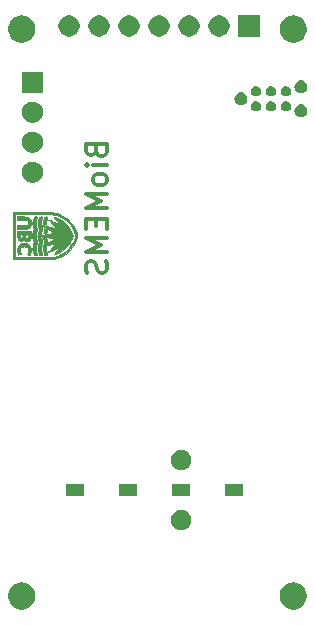
<source format=gbr>
G04 #@! TF.GenerationSoftware,KiCad,Pcbnew,5.1.5+dfsg1-2build2*
G04 #@! TF.CreationDate,2022-01-15T14:27:05-08:00*
G04 #@! TF.ProjectId,pcb_v1,7063625f-7631-42e6-9b69-6361645f7063,rev?*
G04 #@! TF.SameCoordinates,Original*
G04 #@! TF.FileFunction,Soldermask,Bot*
G04 #@! TF.FilePolarity,Negative*
%FSLAX46Y46*%
G04 Gerber Fmt 4.6, Leading zero omitted, Abs format (unit mm)*
G04 Created by KiCad (PCBNEW 5.1.5+dfsg1-2build2) date 2022-01-15 14:27:05*
%MOMM*%
%LPD*%
G04 APERTURE LIST*
%ADD10C,0.300000*%
%ADD11C,0.010000*%
%ADD12C,0.100000*%
G04 APERTURE END LIST*
D10*
X167771428Y-92807142D02*
X167857142Y-93064285D01*
X167942857Y-93150000D01*
X168114285Y-93235714D01*
X168371428Y-93235714D01*
X168542857Y-93150000D01*
X168628571Y-93064285D01*
X168714285Y-92892857D01*
X168714285Y-92207142D01*
X166914285Y-92207142D01*
X166914285Y-92807142D01*
X167000000Y-92978571D01*
X167085714Y-93064285D01*
X167257142Y-93150000D01*
X167428571Y-93150000D01*
X167600000Y-93064285D01*
X167685714Y-92978571D01*
X167771428Y-92807142D01*
X167771428Y-92207142D01*
X168714285Y-94007142D02*
X167514285Y-94007142D01*
X166914285Y-94007142D02*
X167000000Y-93921428D01*
X167085714Y-94007142D01*
X167000000Y-94092857D01*
X166914285Y-94007142D01*
X167085714Y-94007142D01*
X168714285Y-95121428D02*
X168628571Y-94950000D01*
X168542857Y-94864285D01*
X168371428Y-94778571D01*
X167857142Y-94778571D01*
X167685714Y-94864285D01*
X167600000Y-94950000D01*
X167514285Y-95121428D01*
X167514285Y-95378571D01*
X167600000Y-95550000D01*
X167685714Y-95635714D01*
X167857142Y-95721428D01*
X168371428Y-95721428D01*
X168542857Y-95635714D01*
X168628571Y-95550000D01*
X168714285Y-95378571D01*
X168714285Y-95121428D01*
X168714285Y-96492857D02*
X166914285Y-96492857D01*
X168200000Y-97092857D01*
X166914285Y-97692857D01*
X168714285Y-97692857D01*
X167771428Y-98550000D02*
X167771428Y-99150000D01*
X168714285Y-99407142D02*
X168714285Y-98550000D01*
X166914285Y-98550000D01*
X166914285Y-99407142D01*
X168714285Y-100178571D02*
X166914285Y-100178571D01*
X168200000Y-100778571D01*
X166914285Y-101378571D01*
X168714285Y-101378571D01*
X168628571Y-102150000D02*
X168714285Y-102407142D01*
X168714285Y-102835714D01*
X168628571Y-103007142D01*
X168542857Y-103092857D01*
X168371428Y-103178571D01*
X168200000Y-103178571D01*
X168028571Y-103092857D01*
X167942857Y-103007142D01*
X167857142Y-102835714D01*
X167771428Y-102492857D01*
X167685714Y-102321428D01*
X167600000Y-102235714D01*
X167428571Y-102150000D01*
X167257142Y-102150000D01*
X167085714Y-102235714D01*
X167000000Y-102321428D01*
X166914285Y-102492857D01*
X166914285Y-102921428D01*
X167000000Y-103178571D01*
D11*
G36*
X162503050Y-101974784D02*
G01*
X162840948Y-101973095D01*
X163132067Y-101971486D01*
X163380427Y-101969822D01*
X163590050Y-101967966D01*
X163764954Y-101965784D01*
X163909162Y-101963138D01*
X164026693Y-101959894D01*
X164121567Y-101955916D01*
X164197806Y-101951067D01*
X164259429Y-101945213D01*
X164310458Y-101938216D01*
X164354912Y-101929942D01*
X164396812Y-101920255D01*
X164438693Y-101909413D01*
X164768705Y-101796892D01*
X165070944Y-101642284D01*
X165344204Y-101446803D01*
X165587278Y-101211662D01*
X165798960Y-100938074D01*
X165978044Y-100627253D01*
X166123325Y-100280411D01*
X166156192Y-100182025D01*
X166184719Y-100091921D01*
X166206096Y-100023970D01*
X166216721Y-99989638D01*
X166217277Y-99987607D01*
X166209494Y-99965155D01*
X166189014Y-99905089D01*
X166159415Y-99817919D01*
X166139921Y-99760389D01*
X165997162Y-99404286D01*
X165823453Y-99088388D01*
X165618350Y-98812283D01*
X165381413Y-98575559D01*
X165112197Y-98377803D01*
X164810262Y-98218600D01*
X164475164Y-98097540D01*
X164312800Y-98055250D01*
X164269615Y-98046278D01*
X164220266Y-98038505D01*
X164160752Y-98031811D01*
X164087070Y-98026080D01*
X163995218Y-98021192D01*
X163881194Y-98017030D01*
X163740996Y-98013474D01*
X163570621Y-98010409D01*
X163366068Y-98007714D01*
X163123335Y-98005272D01*
X162838420Y-98002964D01*
X162507320Y-98000673D01*
X162452250Y-98000316D01*
X160960000Y-97990708D01*
X160960000Y-98171200D01*
X162452250Y-98171302D01*
X162784370Y-98171558D01*
X163069845Y-98172340D01*
X163312828Y-98173738D01*
X163517474Y-98175843D01*
X163687934Y-98178747D01*
X163828362Y-98182542D01*
X163942911Y-98187317D01*
X164035735Y-98193166D01*
X164110986Y-98200177D01*
X164172819Y-98208444D01*
X164177585Y-98209207D01*
X164511079Y-98286717D01*
X164816301Y-98406370D01*
X165093035Y-98567961D01*
X165341065Y-98771282D01*
X165560177Y-99016127D01*
X165750153Y-99302291D01*
X165910780Y-99629568D01*
X166039350Y-99989455D01*
X166032418Y-100012646D01*
X166013610Y-100071434D01*
X165986971Y-100153174D01*
X165986518Y-100154555D01*
X165888278Y-100408166D01*
X165764055Y-100656339D01*
X165621266Y-100886676D01*
X165467328Y-101086777D01*
X165363613Y-101195889D01*
X165191325Y-101349890D01*
X165029987Y-101470310D01*
X164863891Y-101566814D01*
X164677328Y-101649065D01*
X164554100Y-101693860D01*
X164472509Y-101720457D01*
X164391404Y-101743328D01*
X164306370Y-101762752D01*
X164212996Y-101779004D01*
X164106868Y-101792363D01*
X163983574Y-101803106D01*
X163838700Y-101811510D01*
X163667834Y-101817853D01*
X163466563Y-101822411D01*
X163230475Y-101825462D01*
X162955155Y-101827283D01*
X162636192Y-101828152D01*
X162414150Y-101828334D01*
X160960000Y-101828800D01*
X160960000Y-98171200D01*
X160960000Y-97990708D01*
X160782200Y-97989563D01*
X160782200Y-101983205D01*
X162503050Y-101974784D01*
G37*
X162503050Y-101974784D02*
X162840948Y-101973095D01*
X163132067Y-101971486D01*
X163380427Y-101969822D01*
X163590050Y-101967966D01*
X163764954Y-101965784D01*
X163909162Y-101963138D01*
X164026693Y-101959894D01*
X164121567Y-101955916D01*
X164197806Y-101951067D01*
X164259429Y-101945213D01*
X164310458Y-101938216D01*
X164354912Y-101929942D01*
X164396812Y-101920255D01*
X164438693Y-101909413D01*
X164768705Y-101796892D01*
X165070944Y-101642284D01*
X165344204Y-101446803D01*
X165587278Y-101211662D01*
X165798960Y-100938074D01*
X165978044Y-100627253D01*
X166123325Y-100280411D01*
X166156192Y-100182025D01*
X166184719Y-100091921D01*
X166206096Y-100023970D01*
X166216721Y-99989638D01*
X166217277Y-99987607D01*
X166209494Y-99965155D01*
X166189014Y-99905089D01*
X166159415Y-99817919D01*
X166139921Y-99760389D01*
X165997162Y-99404286D01*
X165823453Y-99088388D01*
X165618350Y-98812283D01*
X165381413Y-98575559D01*
X165112197Y-98377803D01*
X164810262Y-98218600D01*
X164475164Y-98097540D01*
X164312800Y-98055250D01*
X164269615Y-98046278D01*
X164220266Y-98038505D01*
X164160752Y-98031811D01*
X164087070Y-98026080D01*
X163995218Y-98021192D01*
X163881194Y-98017030D01*
X163740996Y-98013474D01*
X163570621Y-98010409D01*
X163366068Y-98007714D01*
X163123335Y-98005272D01*
X162838420Y-98002964D01*
X162507320Y-98000673D01*
X162452250Y-98000316D01*
X160960000Y-97990708D01*
X160960000Y-98171200D01*
X162452250Y-98171302D01*
X162784370Y-98171558D01*
X163069845Y-98172340D01*
X163312828Y-98173738D01*
X163517474Y-98175843D01*
X163687934Y-98178747D01*
X163828362Y-98182542D01*
X163942911Y-98187317D01*
X164035735Y-98193166D01*
X164110986Y-98200177D01*
X164172819Y-98208444D01*
X164177585Y-98209207D01*
X164511079Y-98286717D01*
X164816301Y-98406370D01*
X165093035Y-98567961D01*
X165341065Y-98771282D01*
X165560177Y-99016127D01*
X165750153Y-99302291D01*
X165910780Y-99629568D01*
X166039350Y-99989455D01*
X166032418Y-100012646D01*
X166013610Y-100071434D01*
X165986971Y-100153174D01*
X165986518Y-100154555D01*
X165888278Y-100408166D01*
X165764055Y-100656339D01*
X165621266Y-100886676D01*
X165467328Y-101086777D01*
X165363613Y-101195889D01*
X165191325Y-101349890D01*
X165029987Y-101470310D01*
X164863891Y-101566814D01*
X164677328Y-101649065D01*
X164554100Y-101693860D01*
X164472509Y-101720457D01*
X164391404Y-101743328D01*
X164306370Y-101762752D01*
X164212996Y-101779004D01*
X164106868Y-101792363D01*
X163983574Y-101803106D01*
X163838700Y-101811510D01*
X163667834Y-101817853D01*
X163466563Y-101822411D01*
X163230475Y-101825462D01*
X162955155Y-101827283D01*
X162636192Y-101828152D01*
X162414150Y-101828334D01*
X160960000Y-101828800D01*
X160960000Y-98171200D01*
X160960000Y-97990708D01*
X160782200Y-97989563D01*
X160782200Y-101983205D01*
X162503050Y-101974784D01*
G36*
X162827541Y-100002784D02*
G01*
X162858443Y-100010922D01*
X162912888Y-100021205D01*
X162995740Y-100034433D01*
X163111863Y-100051407D01*
X163266122Y-100072928D01*
X163463379Y-100099798D01*
X163583678Y-100116031D01*
X163765168Y-100141160D01*
X163927970Y-100165029D01*
X164065952Y-100186630D01*
X164172984Y-100204958D01*
X164242934Y-100219004D01*
X164269672Y-100227762D01*
X164269478Y-100228653D01*
X164242925Y-100246084D01*
X164178923Y-100285827D01*
X164083629Y-100344129D01*
X163963197Y-100417237D01*
X163823782Y-100501397D01*
X163708443Y-100570728D01*
X163560481Y-100659957D01*
X163428553Y-100740382D01*
X163318421Y-100808417D01*
X163235848Y-100860478D01*
X163186597Y-100892982D01*
X163175043Y-100902480D01*
X163200793Y-100899039D01*
X163269145Y-100885511D01*
X163373234Y-100863376D01*
X163506196Y-100834114D01*
X163661165Y-100799206D01*
X163777494Y-100772565D01*
X163943743Y-100734678D01*
X164092817Y-100701532D01*
X164217834Y-100674590D01*
X164311910Y-100655314D01*
X164368160Y-100645168D01*
X164381320Y-100644254D01*
X164379406Y-100653574D01*
X164363127Y-100675999D01*
X164328885Y-100715428D01*
X164273079Y-100775762D01*
X164192108Y-100860898D01*
X164082372Y-100974735D01*
X163953443Y-101107623D01*
X163868580Y-101196118D01*
X163798378Y-101271586D01*
X163749566Y-101326624D01*
X163728874Y-101353831D01*
X163728600Y-101354902D01*
X163731368Y-101359364D01*
X163743267Y-101358746D01*
X163769687Y-101350984D01*
X163816018Y-101334009D01*
X163887650Y-101305755D01*
X163989973Y-101264154D01*
X164128378Y-101207141D01*
X164308253Y-101132647D01*
X164309133Y-101132282D01*
X164426535Y-101084956D01*
X164522997Y-101048680D01*
X164591084Y-101026040D01*
X164623358Y-101019617D01*
X164624097Y-101022864D01*
X164549786Y-101120045D01*
X164471398Y-101225126D01*
X164394641Y-101330131D01*
X164325219Y-101427085D01*
X164268839Y-101508012D01*
X164231205Y-101564938D01*
X164218023Y-101589886D01*
X164218182Y-101590249D01*
X164246737Y-101586987D01*
X164311684Y-101565184D01*
X164403807Y-101528670D01*
X164513891Y-101481279D01*
X164632720Y-101426843D01*
X164751080Y-101369194D01*
X164757300Y-101366053D01*
X164991410Y-101230122D01*
X165189440Y-101074534D01*
X165360817Y-100890097D01*
X165514970Y-100667616D01*
X165569159Y-100574479D01*
X165617716Y-100481137D01*
X165669321Y-100371700D01*
X165719134Y-100257788D01*
X165762318Y-100151021D01*
X165794033Y-100063019D01*
X165809440Y-100005402D01*
X165810158Y-99995768D01*
X165800824Y-99955552D01*
X165777747Y-99884559D01*
X165750145Y-99809333D01*
X165614993Y-99502065D01*
X165462895Y-99239993D01*
X165291324Y-99019601D01*
X165097752Y-98837373D01*
X164998600Y-98764010D01*
X164914959Y-98711719D01*
X164809850Y-98653179D01*
X164692229Y-98592535D01*
X164571053Y-98533930D01*
X164455277Y-98481509D01*
X164353858Y-98439416D01*
X164275752Y-98411795D01*
X164229916Y-98402789D01*
X164222857Y-98405075D01*
X164232859Y-98428526D01*
X164268589Y-98484478D01*
X164324783Y-98565182D01*
X164396175Y-98662889D01*
X164416405Y-98689894D01*
X164490962Y-98790614D01*
X164551868Y-98876145D01*
X164593818Y-98938783D01*
X164611505Y-98970823D01*
X164611482Y-98973184D01*
X164585910Y-98967181D01*
X164521157Y-98944188D01*
X164424781Y-98907110D01*
X164304343Y-98858851D01*
X164174158Y-98805141D01*
X164037778Y-98748968D01*
X163918192Y-98701281D01*
X163822976Y-98664971D01*
X163759704Y-98642932D01*
X163736076Y-98637856D01*
X163749392Y-98658621D01*
X163793100Y-98709792D01*
X163861943Y-98785590D01*
X163950662Y-98880230D01*
X164054000Y-98987932D01*
X164060681Y-98994818D01*
X164164776Y-99102993D01*
X164254678Y-99198258D01*
X164325114Y-99274874D01*
X164370812Y-99327099D01*
X164386501Y-99349192D01*
X164386365Y-99349441D01*
X164359863Y-99346415D01*
X164290891Y-99333177D01*
X164186412Y-99311213D01*
X164053391Y-99282012D01*
X163898791Y-99247063D01*
X163792100Y-99222449D01*
X163626707Y-99184428D01*
X163477839Y-99151018D01*
X163352608Y-99123746D01*
X163258125Y-99104144D01*
X163201504Y-99093742D01*
X163188486Y-99092596D01*
X163203925Y-99106622D01*
X163257509Y-99142983D01*
X163343656Y-99198154D01*
X163456788Y-99268608D01*
X163591323Y-99350820D01*
X163715536Y-99425634D01*
X163864917Y-99515703D01*
X163998728Y-99597641D01*
X164111116Y-99667759D01*
X164196225Y-99722372D01*
X164248204Y-99757790D01*
X164262000Y-99769873D01*
X164237863Y-99777533D01*
X164169667Y-99790720D01*
X164063729Y-99808430D01*
X163926369Y-99829659D01*
X163763904Y-99853404D01*
X163582653Y-99878662D01*
X163544450Y-99883841D01*
X163359603Y-99909044D01*
X163191712Y-99932434D01*
X163047210Y-99953075D01*
X162932528Y-99970031D01*
X162854099Y-99982366D01*
X162818357Y-99989144D01*
X162816914Y-99989733D01*
X162815320Y-99995988D01*
X162827541Y-100002784D01*
G37*
X162827541Y-100002784D02*
X162858443Y-100010922D01*
X162912888Y-100021205D01*
X162995740Y-100034433D01*
X163111863Y-100051407D01*
X163266122Y-100072928D01*
X163463379Y-100099798D01*
X163583678Y-100116031D01*
X163765168Y-100141160D01*
X163927970Y-100165029D01*
X164065952Y-100186630D01*
X164172984Y-100204958D01*
X164242934Y-100219004D01*
X164269672Y-100227762D01*
X164269478Y-100228653D01*
X164242925Y-100246084D01*
X164178923Y-100285827D01*
X164083629Y-100344129D01*
X163963197Y-100417237D01*
X163823782Y-100501397D01*
X163708443Y-100570728D01*
X163560481Y-100659957D01*
X163428553Y-100740382D01*
X163318421Y-100808417D01*
X163235848Y-100860478D01*
X163186597Y-100892982D01*
X163175043Y-100902480D01*
X163200793Y-100899039D01*
X163269145Y-100885511D01*
X163373234Y-100863376D01*
X163506196Y-100834114D01*
X163661165Y-100799206D01*
X163777494Y-100772565D01*
X163943743Y-100734678D01*
X164092817Y-100701532D01*
X164217834Y-100674590D01*
X164311910Y-100655314D01*
X164368160Y-100645168D01*
X164381320Y-100644254D01*
X164379406Y-100653574D01*
X164363127Y-100675999D01*
X164328885Y-100715428D01*
X164273079Y-100775762D01*
X164192108Y-100860898D01*
X164082372Y-100974735D01*
X163953443Y-101107623D01*
X163868580Y-101196118D01*
X163798378Y-101271586D01*
X163749566Y-101326624D01*
X163728874Y-101353831D01*
X163728600Y-101354902D01*
X163731368Y-101359364D01*
X163743267Y-101358746D01*
X163769687Y-101350984D01*
X163816018Y-101334009D01*
X163887650Y-101305755D01*
X163989973Y-101264154D01*
X164128378Y-101207141D01*
X164308253Y-101132647D01*
X164309133Y-101132282D01*
X164426535Y-101084956D01*
X164522997Y-101048680D01*
X164591084Y-101026040D01*
X164623358Y-101019617D01*
X164624097Y-101022864D01*
X164549786Y-101120045D01*
X164471398Y-101225126D01*
X164394641Y-101330131D01*
X164325219Y-101427085D01*
X164268839Y-101508012D01*
X164231205Y-101564938D01*
X164218023Y-101589886D01*
X164218182Y-101590249D01*
X164246737Y-101586987D01*
X164311684Y-101565184D01*
X164403807Y-101528670D01*
X164513891Y-101481279D01*
X164632720Y-101426843D01*
X164751080Y-101369194D01*
X164757300Y-101366053D01*
X164991410Y-101230122D01*
X165189440Y-101074534D01*
X165360817Y-100890097D01*
X165514970Y-100667616D01*
X165569159Y-100574479D01*
X165617716Y-100481137D01*
X165669321Y-100371700D01*
X165719134Y-100257788D01*
X165762318Y-100151021D01*
X165794033Y-100063019D01*
X165809440Y-100005402D01*
X165810158Y-99995768D01*
X165800824Y-99955552D01*
X165777747Y-99884559D01*
X165750145Y-99809333D01*
X165614993Y-99502065D01*
X165462895Y-99239993D01*
X165291324Y-99019601D01*
X165097752Y-98837373D01*
X164998600Y-98764010D01*
X164914959Y-98711719D01*
X164809850Y-98653179D01*
X164692229Y-98592535D01*
X164571053Y-98533930D01*
X164455277Y-98481509D01*
X164353858Y-98439416D01*
X164275752Y-98411795D01*
X164229916Y-98402789D01*
X164222857Y-98405075D01*
X164232859Y-98428526D01*
X164268589Y-98484478D01*
X164324783Y-98565182D01*
X164396175Y-98662889D01*
X164416405Y-98689894D01*
X164490962Y-98790614D01*
X164551868Y-98876145D01*
X164593818Y-98938783D01*
X164611505Y-98970823D01*
X164611482Y-98973184D01*
X164585910Y-98967181D01*
X164521157Y-98944188D01*
X164424781Y-98907110D01*
X164304343Y-98858851D01*
X164174158Y-98805141D01*
X164037778Y-98748968D01*
X163918192Y-98701281D01*
X163822976Y-98664971D01*
X163759704Y-98642932D01*
X163736076Y-98637856D01*
X163749392Y-98658621D01*
X163793100Y-98709792D01*
X163861943Y-98785590D01*
X163950662Y-98880230D01*
X164054000Y-98987932D01*
X164060681Y-98994818D01*
X164164776Y-99102993D01*
X164254678Y-99198258D01*
X164325114Y-99274874D01*
X164370812Y-99327099D01*
X164386501Y-99349192D01*
X164386365Y-99349441D01*
X164359863Y-99346415D01*
X164290891Y-99333177D01*
X164186412Y-99311213D01*
X164053391Y-99282012D01*
X163898791Y-99247063D01*
X163792100Y-99222449D01*
X163626707Y-99184428D01*
X163477839Y-99151018D01*
X163352608Y-99123746D01*
X163258125Y-99104144D01*
X163201504Y-99093742D01*
X163188486Y-99092596D01*
X163203925Y-99106622D01*
X163257509Y-99142983D01*
X163343656Y-99198154D01*
X163456788Y-99268608D01*
X163591323Y-99350820D01*
X163715536Y-99425634D01*
X163864917Y-99515703D01*
X163998728Y-99597641D01*
X164111116Y-99667759D01*
X164196225Y-99722372D01*
X164248204Y-99757790D01*
X164262000Y-99769873D01*
X164237863Y-99777533D01*
X164169667Y-99790720D01*
X164063729Y-99808430D01*
X163926369Y-99829659D01*
X163763904Y-99853404D01*
X163582653Y-99878662D01*
X163544450Y-99883841D01*
X163359603Y-99909044D01*
X163191712Y-99932434D01*
X163047210Y-99953075D01*
X162932528Y-99970031D01*
X162854099Y-99982366D01*
X162818357Y-99989144D01*
X162816914Y-99989733D01*
X162815320Y-99995988D01*
X162827541Y-100002784D01*
G36*
X163299911Y-98963545D02*
G01*
X163316568Y-98997596D01*
X163357755Y-99013566D01*
X163379350Y-99017788D01*
X163456809Y-99033836D01*
X163519050Y-99049473D01*
X163550738Y-99055560D01*
X163567835Y-99043181D01*
X163574827Y-99001761D01*
X163576198Y-98920722D01*
X163576200Y-98914738D01*
X163586267Y-98793656D01*
X163612143Y-98665146D01*
X163627000Y-98615700D01*
X163662599Y-98506763D01*
X163676983Y-98436742D01*
X163666994Y-98397070D01*
X163629476Y-98379180D01*
X163561274Y-98374507D01*
X163538100Y-98374400D01*
X163456923Y-98376816D01*
X163414650Y-98386736D01*
X163399504Y-98408161D01*
X163398400Y-98421891D01*
X163390915Y-98470056D01*
X163371413Y-98548279D01*
X163347600Y-98628400D01*
X163320159Y-98731469D01*
X163301714Y-98833638D01*
X163296800Y-98895085D01*
X163299911Y-98963545D01*
G37*
X163299911Y-98963545D02*
X163316568Y-98997596D01*
X163357755Y-99013566D01*
X163379350Y-99017788D01*
X163456809Y-99033836D01*
X163519050Y-99049473D01*
X163550738Y-99055560D01*
X163567835Y-99043181D01*
X163574827Y-99001761D01*
X163576198Y-98920722D01*
X163576200Y-98914738D01*
X163586267Y-98793656D01*
X163612143Y-98665146D01*
X163627000Y-98615700D01*
X163662599Y-98506763D01*
X163676983Y-98436742D01*
X163666994Y-98397070D01*
X163629476Y-98379180D01*
X163561274Y-98374507D01*
X163538100Y-98374400D01*
X163456923Y-98376816D01*
X163414650Y-98386736D01*
X163399504Y-98408161D01*
X163398400Y-98421891D01*
X163390915Y-98470056D01*
X163371413Y-98548279D01*
X163347600Y-98628400D01*
X163320159Y-98731469D01*
X163301714Y-98833638D01*
X163296800Y-98895085D01*
X163299911Y-98963545D01*
G36*
X163331663Y-99789330D02*
G01*
X163360369Y-99791975D01*
X163422847Y-99787792D01*
X163470105Y-99782298D01*
X163547908Y-99768910D01*
X163592523Y-99747292D01*
X163621414Y-99705380D01*
X163638170Y-99666216D01*
X163662879Y-99600349D01*
X163676724Y-99555464D01*
X163677800Y-99548451D01*
X163657870Y-99525925D01*
X163606707Y-99488228D01*
X163562464Y-99460065D01*
X163493040Y-99420720D01*
X163440236Y-99395461D01*
X163422764Y-99390400D01*
X163406423Y-99412673D01*
X163398531Y-99467188D01*
X163398400Y-99476106D01*
X163389548Y-99555795D01*
X163367542Y-99647612D01*
X163360028Y-99670568D01*
X163339103Y-99737526D01*
X163330429Y-99781452D01*
X163331663Y-99789330D01*
G37*
X163331663Y-99789330D02*
X163360369Y-99791975D01*
X163422847Y-99787792D01*
X163470105Y-99782298D01*
X163547908Y-99768910D01*
X163592523Y-99747292D01*
X163621414Y-99705380D01*
X163638170Y-99666216D01*
X163662879Y-99600349D01*
X163676724Y-99555464D01*
X163677800Y-99548451D01*
X163657870Y-99525925D01*
X163606707Y-99488228D01*
X163562464Y-99460065D01*
X163493040Y-99420720D01*
X163440236Y-99395461D01*
X163422764Y-99390400D01*
X163406423Y-99412673D01*
X163398531Y-99467188D01*
X163398400Y-99476106D01*
X163389548Y-99555795D01*
X163367542Y-99647612D01*
X163360028Y-99670568D01*
X163339103Y-99737526D01*
X163330429Y-99781452D01*
X163331663Y-99789330D01*
G36*
X163329888Y-100240208D02*
G01*
X163349307Y-100298639D01*
X163360300Y-100330200D01*
X163384712Y-100420061D01*
X163397734Y-100508270D01*
X163398400Y-100526610D01*
X163401226Y-100576814D01*
X163415286Y-100599499D01*
X163448949Y-100594442D01*
X163510588Y-100561419D01*
X163574266Y-100521920D01*
X163638736Y-100479541D01*
X163667493Y-100446874D01*
X163667149Y-100405541D01*
X163644319Y-100337159D01*
X163642525Y-100332201D01*
X163608489Y-100268663D01*
X163566846Y-100228323D01*
X163561907Y-100226036D01*
X163514605Y-100214933D01*
X163448811Y-100207319D01*
X163382859Y-100204214D01*
X163335080Y-100206637D01*
X163322200Y-100212706D01*
X163329888Y-100240208D01*
G37*
X163329888Y-100240208D02*
X163349307Y-100298639D01*
X163360300Y-100330200D01*
X163384712Y-100420061D01*
X163397734Y-100508270D01*
X163398400Y-100526610D01*
X163401226Y-100576814D01*
X163415286Y-100599499D01*
X163448949Y-100594442D01*
X163510588Y-100561419D01*
X163574266Y-100521920D01*
X163638736Y-100479541D01*
X163667493Y-100446874D01*
X163667149Y-100405541D01*
X163644319Y-100337159D01*
X163642525Y-100332201D01*
X163608489Y-100268663D01*
X163566846Y-100228323D01*
X163561907Y-100226036D01*
X163514605Y-100214933D01*
X163448811Y-100207319D01*
X163382859Y-100204214D01*
X163335080Y-100206637D01*
X163322200Y-100212706D01*
X163329888Y-100240208D01*
G36*
X163305758Y-101196918D02*
G01*
X163328710Y-101303125D01*
X163347600Y-101365004D01*
X163375309Y-101453301D01*
X163393761Y-101530214D01*
X163398400Y-101567569D01*
X163402861Y-101600883D01*
X163424466Y-101618235D01*
X163475549Y-101624747D01*
X163538100Y-101625600D01*
X163617923Y-101624215D01*
X163659197Y-101615901D01*
X163674168Y-101594418D01*
X163675166Y-101555750D01*
X163663839Y-101489488D01*
X163638428Y-101404925D01*
X163625747Y-101371600D01*
X163595789Y-101266479D01*
X163579222Y-101141846D01*
X163577581Y-101098550D01*
X163575197Y-101016286D01*
X163570346Y-100958913D01*
X163564750Y-100939800D01*
X163535446Y-100944690D01*
X163472919Y-100957210D01*
X163425050Y-100967304D01*
X163296800Y-100994809D01*
X163296800Y-101107639D01*
X163305758Y-101196918D01*
G37*
X163305758Y-101196918D02*
X163328710Y-101303125D01*
X163347600Y-101365004D01*
X163375309Y-101453301D01*
X163393761Y-101530214D01*
X163398400Y-101567569D01*
X163402861Y-101600883D01*
X163424466Y-101618235D01*
X163475549Y-101624747D01*
X163538100Y-101625600D01*
X163617923Y-101624215D01*
X163659197Y-101615901D01*
X163674168Y-101594418D01*
X163675166Y-101555750D01*
X163663839Y-101489488D01*
X163638428Y-101404925D01*
X163625747Y-101371600D01*
X163595789Y-101266479D01*
X163579222Y-101141846D01*
X163577581Y-101098550D01*
X163575197Y-101016286D01*
X163570346Y-100958913D01*
X163564750Y-100939800D01*
X163535446Y-100944690D01*
X163472919Y-100957210D01*
X163425050Y-100967304D01*
X163296800Y-100994809D01*
X163296800Y-101107639D01*
X163305758Y-101196918D01*
G36*
X162864439Y-99081903D02*
G01*
X162879002Y-99137214D01*
X162916078Y-99273146D01*
X162938488Y-99373705D01*
X162947410Y-99451780D01*
X162944021Y-99520265D01*
X162929500Y-99592051D01*
X162922863Y-99617207D01*
X162892020Y-99729598D01*
X162875297Y-99801025D01*
X162875387Y-99840019D01*
X162894981Y-99855113D01*
X162936769Y-99854840D01*
X162995805Y-99848485D01*
X163074727Y-99838415D01*
X163119956Y-99820584D01*
X163148408Y-99782858D01*
X163174140Y-99720600D01*
X163213685Y-99546908D01*
X163207425Y-99355131D01*
X163169472Y-99191287D01*
X163128391Y-99015265D01*
X163124512Y-98856176D01*
X163157845Y-98696348D01*
X163169800Y-98660395D01*
X163197735Y-98569179D01*
X163216187Y-98486438D01*
X163220600Y-98445130D01*
X163217315Y-98403174D01*
X163198727Y-98382286D01*
X163151737Y-98375143D01*
X163094083Y-98374400D01*
X163018053Y-98376809D01*
X162977981Y-98388892D01*
X162959083Y-98417928D01*
X162952250Y-98444250D01*
X162936098Y-98506476D01*
X162910271Y-98594710D01*
X162888266Y-98665081D01*
X162850603Y-98812438D01*
X162842819Y-98943299D01*
X162864439Y-99081903D01*
G37*
X162864439Y-99081903D02*
X162879002Y-99137214D01*
X162916078Y-99273146D01*
X162938488Y-99373705D01*
X162947410Y-99451780D01*
X162944021Y-99520265D01*
X162929500Y-99592051D01*
X162922863Y-99617207D01*
X162892020Y-99729598D01*
X162875297Y-99801025D01*
X162875387Y-99840019D01*
X162894981Y-99855113D01*
X162936769Y-99854840D01*
X162995805Y-99848485D01*
X163074727Y-99838415D01*
X163119956Y-99820584D01*
X163148408Y-99782858D01*
X163174140Y-99720600D01*
X163213685Y-99546908D01*
X163207425Y-99355131D01*
X163169472Y-99191287D01*
X163128391Y-99015265D01*
X163124512Y-98856176D01*
X163157845Y-98696348D01*
X163169800Y-98660395D01*
X163197735Y-98569179D01*
X163216187Y-98486438D01*
X163220600Y-98445130D01*
X163217315Y-98403174D01*
X163198727Y-98382286D01*
X163151737Y-98375143D01*
X163094083Y-98374400D01*
X163018053Y-98376809D01*
X162977981Y-98388892D01*
X162959083Y-98417928D01*
X162952250Y-98444250D01*
X162936098Y-98506476D01*
X162910271Y-98594710D01*
X162888266Y-98665081D01*
X162850603Y-98812438D01*
X162842819Y-98943299D01*
X162864439Y-99081903D01*
G36*
X162878517Y-101284898D02*
G01*
X162905959Y-101382819D01*
X162928991Y-101475757D01*
X162938999Y-101524000D01*
X162950758Y-101575938D01*
X162972040Y-101603258D01*
X163017185Y-101615279D01*
X163087571Y-101620577D01*
X163164937Y-101623709D01*
X163204381Y-101617276D01*
X163218676Y-101594955D01*
X163220600Y-101554703D01*
X163212303Y-101490432D01*
X163190889Y-101401476D01*
X163169800Y-101333500D01*
X163141229Y-101229705D01*
X163122801Y-101122915D01*
X163119000Y-101066800D01*
X163127855Y-100974106D01*
X163150569Y-100864903D01*
X163169800Y-100800100D01*
X163212372Y-100603709D01*
X163207561Y-100406693D01*
X163176582Y-100276174D01*
X163150852Y-100206555D01*
X163122675Y-100169862D01*
X163075023Y-100152605D01*
X163009055Y-100143446D01*
X162933540Y-100136999D01*
X162881363Y-100137200D01*
X162868303Y-100140629D01*
X162868748Y-100169462D01*
X162882475Y-100231747D01*
X162901664Y-100298144D01*
X162939788Y-100473929D01*
X162935892Y-100635311D01*
X162903920Y-100759673D01*
X162853799Y-100961645D01*
X162851190Y-101152028D01*
X162878517Y-101284898D01*
G37*
X162878517Y-101284898D02*
X162905959Y-101382819D01*
X162928991Y-101475757D01*
X162938999Y-101524000D01*
X162950758Y-101575938D01*
X162972040Y-101603258D01*
X163017185Y-101615279D01*
X163087571Y-101620577D01*
X163164937Y-101623709D01*
X163204381Y-101617276D01*
X163218676Y-101594955D01*
X163220600Y-101554703D01*
X163212303Y-101490432D01*
X163190889Y-101401476D01*
X163169800Y-101333500D01*
X163141229Y-101229705D01*
X163122801Y-101122915D01*
X163119000Y-101066800D01*
X163127855Y-100974106D01*
X163150569Y-100864903D01*
X163169800Y-100800100D01*
X163212372Y-100603709D01*
X163207561Y-100406693D01*
X163176582Y-100276174D01*
X163150852Y-100206555D01*
X163122675Y-100169862D01*
X163075023Y-100152605D01*
X163009055Y-100143446D01*
X162933540Y-100136999D01*
X162881363Y-100137200D01*
X162868303Y-100140629D01*
X162868748Y-100169462D01*
X162882475Y-100231747D01*
X162901664Y-100298144D01*
X162939788Y-100473929D01*
X162935892Y-100635311D01*
X162903920Y-100759673D01*
X162853799Y-100961645D01*
X162851190Y-101152028D01*
X162878517Y-101284898D01*
G36*
X162419126Y-99055753D02*
G01*
X162448528Y-99193322D01*
X162458600Y-99225300D01*
X162495965Y-99355877D01*
X162506203Y-99466707D01*
X162489249Y-99580330D01*
X162457289Y-99684873D01*
X162413109Y-99882725D01*
X162410717Y-100089634D01*
X162450097Y-100287702D01*
X162457803Y-100310515D01*
X162496419Y-100444969D01*
X162505056Y-100561413D01*
X162483754Y-100682819D01*
X162458600Y-100762000D01*
X162416942Y-100946909D01*
X162412215Y-101145997D01*
X162444420Y-101338561D01*
X162458600Y-101384300D01*
X162485875Y-101470948D01*
X162504314Y-101543634D01*
X162509400Y-101578776D01*
X162516755Y-101606022D01*
X162546625Y-101620208D01*
X162610716Y-101625259D01*
X162649100Y-101625600D01*
X162725847Y-101622898D01*
X162771095Y-101609160D01*
X162787830Y-101575933D01*
X162779039Y-101514767D01*
X162747706Y-101417209D01*
X162735195Y-101381926D01*
X162686121Y-101172131D01*
X162687038Y-100960863D01*
X162732592Y-100768248D01*
X162771165Y-100643185D01*
X162785322Y-100540832D01*
X162775117Y-100439745D01*
X162740605Y-100318482D01*
X162733794Y-100298551D01*
X162687818Y-100102385D01*
X162687279Y-99903949D01*
X162732187Y-99693197D01*
X162734363Y-99686174D01*
X162768390Y-99568425D01*
X162784020Y-99479040D01*
X162781254Y-99399032D01*
X162760091Y-99309412D01*
X162734351Y-99230848D01*
X162698800Y-99094526D01*
X162680882Y-98954979D01*
X162679902Y-98920500D01*
X162691762Y-98786592D01*
X162723048Y-98645682D01*
X162734351Y-98610151D01*
X162770103Y-98502525D01*
X162785561Y-98433939D01*
X162777545Y-98395601D01*
X162742878Y-98378721D01*
X162678379Y-98374508D01*
X162649100Y-98374400D01*
X162567810Y-98376865D01*
X162525484Y-98386876D01*
X162510417Y-98408358D01*
X162509400Y-98421223D01*
X162501402Y-98469608D01*
X162480689Y-98546808D01*
X162458600Y-98615700D01*
X162425519Y-98746887D01*
X162408674Y-98886803D01*
X162407800Y-98920500D01*
X162419126Y-99055753D01*
G37*
X162419126Y-99055753D02*
X162448528Y-99193322D01*
X162458600Y-99225300D01*
X162495965Y-99355877D01*
X162506203Y-99466707D01*
X162489249Y-99580330D01*
X162457289Y-99684873D01*
X162413109Y-99882725D01*
X162410717Y-100089634D01*
X162450097Y-100287702D01*
X162457803Y-100310515D01*
X162496419Y-100444969D01*
X162505056Y-100561413D01*
X162483754Y-100682819D01*
X162458600Y-100762000D01*
X162416942Y-100946909D01*
X162412215Y-101145997D01*
X162444420Y-101338561D01*
X162458600Y-101384300D01*
X162485875Y-101470948D01*
X162504314Y-101543634D01*
X162509400Y-101578776D01*
X162516755Y-101606022D01*
X162546625Y-101620208D01*
X162610716Y-101625259D01*
X162649100Y-101625600D01*
X162725847Y-101622898D01*
X162771095Y-101609160D01*
X162787830Y-101575933D01*
X162779039Y-101514767D01*
X162747706Y-101417209D01*
X162735195Y-101381926D01*
X162686121Y-101172131D01*
X162687038Y-100960863D01*
X162732592Y-100768248D01*
X162771165Y-100643185D01*
X162785322Y-100540832D01*
X162775117Y-100439745D01*
X162740605Y-100318482D01*
X162733794Y-100298551D01*
X162687818Y-100102385D01*
X162687279Y-99903949D01*
X162732187Y-99693197D01*
X162734363Y-99686174D01*
X162768390Y-99568425D01*
X162784020Y-99479040D01*
X162781254Y-99399032D01*
X162760091Y-99309412D01*
X162734351Y-99230848D01*
X162698800Y-99094526D01*
X162680882Y-98954979D01*
X162679902Y-98920500D01*
X162691762Y-98786592D01*
X162723048Y-98645682D01*
X162734351Y-98610151D01*
X162770103Y-98502525D01*
X162785561Y-98433939D01*
X162777545Y-98395601D01*
X162742878Y-98378721D01*
X162678379Y-98374508D01*
X162649100Y-98374400D01*
X162567810Y-98376865D01*
X162525484Y-98386876D01*
X162510417Y-98408358D01*
X162509400Y-98421223D01*
X162501402Y-98469608D01*
X162480689Y-98546808D01*
X162458600Y-98615700D01*
X162425519Y-98746887D01*
X162408674Y-98886803D01*
X162407800Y-98920500D01*
X162419126Y-99055753D01*
G36*
X161148372Y-101456941D02*
G01*
X161190580Y-101602130D01*
X161284840Y-101586486D01*
X161370933Y-101570936D01*
X161414660Y-101553854D01*
X161423685Y-101524906D01*
X161405673Y-101473757D01*
X161391602Y-101442536D01*
X161347816Y-101299375D01*
X161348936Y-101170659D01*
X161391531Y-101062125D01*
X161472168Y-100979509D01*
X161587412Y-100928548D01*
X161707669Y-100914400D01*
X161845942Y-100933383D01*
X161951375Y-100989736D01*
X162017746Y-101073579D01*
X162049702Y-101178471D01*
X162055174Y-101302653D01*
X162034421Y-101422226D01*
X162013414Y-101474525D01*
X161988883Y-101536117D01*
X161998501Y-101573870D01*
X162048499Y-101596568D01*
X162107916Y-101607762D01*
X162164582Y-101613896D01*
X162197028Y-101602673D01*
X162219216Y-101562945D01*
X162238971Y-101503120D01*
X162280429Y-101332420D01*
X162289135Y-101181847D01*
X162281175Y-101104900D01*
X162232386Y-100938357D01*
X162144776Y-100803787D01*
X162020840Y-100703824D01*
X161863075Y-100641105D01*
X161836087Y-100634955D01*
X161660172Y-100620655D01*
X161501472Y-100650358D01*
X161364275Y-100718936D01*
X161252869Y-100821266D01*
X161171543Y-100952220D01*
X161124585Y-101106673D01*
X161116283Y-101279499D01*
X161148372Y-101456941D01*
G37*
X161148372Y-101456941D02*
X161190580Y-101602130D01*
X161284840Y-101586486D01*
X161370933Y-101570936D01*
X161414660Y-101553854D01*
X161423685Y-101524906D01*
X161405673Y-101473757D01*
X161391602Y-101442536D01*
X161347816Y-101299375D01*
X161348936Y-101170659D01*
X161391531Y-101062125D01*
X161472168Y-100979509D01*
X161587412Y-100928548D01*
X161707669Y-100914400D01*
X161845942Y-100933383D01*
X161951375Y-100989736D01*
X162017746Y-101073579D01*
X162049702Y-101178471D01*
X162055174Y-101302653D01*
X162034421Y-101422226D01*
X162013414Y-101474525D01*
X161988883Y-101536117D01*
X161998501Y-101573870D01*
X162048499Y-101596568D01*
X162107916Y-101607762D01*
X162164582Y-101613896D01*
X162197028Y-101602673D01*
X162219216Y-101562945D01*
X162238971Y-101503120D01*
X162280429Y-101332420D01*
X162289135Y-101181847D01*
X162281175Y-101104900D01*
X162232386Y-100938357D01*
X162144776Y-100803787D01*
X162020840Y-100703824D01*
X161863075Y-100641105D01*
X161836087Y-100634955D01*
X161660172Y-100620655D01*
X161501472Y-100650358D01*
X161364275Y-100718936D01*
X161252869Y-100821266D01*
X161171543Y-100952220D01*
X161124585Y-101106673D01*
X161116283Y-101279499D01*
X161148372Y-101456941D01*
G36*
X161494215Y-98653800D02*
G01*
X161673492Y-98656180D01*
X161808769Y-98664577D01*
X161906677Y-98680873D01*
X161973848Y-98706953D01*
X162016912Y-98744700D01*
X162042502Y-98795997D01*
X162046840Y-98810756D01*
X162055671Y-98920781D01*
X162027501Y-99022089D01*
X161973536Y-99091950D01*
X161945977Y-99109306D01*
X161906720Y-99121561D01*
X161847374Y-99129553D01*
X161759545Y-99134120D01*
X161634842Y-99136101D01*
X161528686Y-99136400D01*
X161137800Y-99136400D01*
X161137800Y-99415800D01*
X161550550Y-99415382D01*
X161706835Y-99414712D01*
X161821598Y-99412381D01*
X161904111Y-99407356D01*
X161963650Y-99398605D01*
X162009486Y-99385094D01*
X162050895Y-99365793D01*
X162064900Y-99358127D01*
X162170061Y-99272798D01*
X162240035Y-99153322D01*
X162275609Y-98998007D01*
X162280800Y-98895100D01*
X162274716Y-98770150D01*
X162253641Y-98673129D01*
X162223650Y-98602031D01*
X162157376Y-98505037D01*
X162063991Y-98437144D01*
X162053168Y-98431550D01*
X162005699Y-98409681D01*
X161957617Y-98394195D01*
X161899167Y-98384009D01*
X161820595Y-98378038D01*
X161712148Y-98375199D01*
X161564070Y-98374408D01*
X161538818Y-98374400D01*
X161137800Y-98374400D01*
X161137800Y-98653800D01*
X161494215Y-98653800D01*
G37*
X161494215Y-98653800D02*
X161673492Y-98656180D01*
X161808769Y-98664577D01*
X161906677Y-98680873D01*
X161973848Y-98706953D01*
X162016912Y-98744700D01*
X162042502Y-98795997D01*
X162046840Y-98810756D01*
X162055671Y-98920781D01*
X162027501Y-99022089D01*
X161973536Y-99091950D01*
X161945977Y-99109306D01*
X161906720Y-99121561D01*
X161847374Y-99129553D01*
X161759545Y-99134120D01*
X161634842Y-99136101D01*
X161528686Y-99136400D01*
X161137800Y-99136400D01*
X161137800Y-99415800D01*
X161550550Y-99415382D01*
X161706835Y-99414712D01*
X161821598Y-99412381D01*
X161904111Y-99407356D01*
X161963650Y-99398605D01*
X162009486Y-99385094D01*
X162050895Y-99365793D01*
X162064900Y-99358127D01*
X162170061Y-99272798D01*
X162240035Y-99153322D01*
X162275609Y-98998007D01*
X162280800Y-98895100D01*
X162274716Y-98770150D01*
X162253641Y-98673129D01*
X162223650Y-98602031D01*
X162157376Y-98505037D01*
X162063991Y-98437144D01*
X162053168Y-98431550D01*
X162005699Y-98409681D01*
X161957617Y-98394195D01*
X161899167Y-98384009D01*
X161820595Y-98378038D01*
X161712148Y-98375199D01*
X161564070Y-98374408D01*
X161538818Y-98374400D01*
X161137800Y-98374400D01*
X161137800Y-98653800D01*
X161494215Y-98653800D01*
G36*
X161142272Y-100068509D02*
G01*
X161157121Y-100195494D01*
X161184489Y-100287989D01*
X161226523Y-100353813D01*
X161273306Y-100393287D01*
X161361909Y-100428539D01*
X161462776Y-100435570D01*
X161555342Y-100414926D01*
X161603973Y-100384500D01*
X161660740Y-100331171D01*
X161727178Y-100406885D01*
X161772522Y-100451442D01*
X161820034Y-100474106D01*
X161889277Y-100481984D01*
X161935608Y-100482600D01*
X162039060Y-100474430D01*
X162113200Y-100443595D01*
X162172818Y-100380604D01*
X162220456Y-100299800D01*
X162238065Y-100244581D01*
X162253844Y-100156761D01*
X162266935Y-100048677D01*
X162276479Y-99932664D01*
X162281617Y-99821059D01*
X162281489Y-99726195D01*
X162275237Y-99660409D01*
X162266540Y-99638050D01*
X162236429Y-99632475D01*
X162163144Y-99627544D01*
X162054309Y-99623509D01*
X161927287Y-99620831D01*
X161927287Y-99898400D01*
X162081775Y-99898400D01*
X162065706Y-100019050D01*
X162046252Y-100101991D01*
X162016055Y-100169640D01*
X162002429Y-100187483D01*
X161940938Y-100223901D01*
X161880674Y-100216019D01*
X161828228Y-100170055D01*
X161790187Y-100092225D01*
X161773139Y-99988745D01*
X161772800Y-99970809D01*
X161775044Y-99930929D01*
X161789704Y-99909285D01*
X161828670Y-99900306D01*
X161903833Y-99898417D01*
X161927287Y-99898400D01*
X161927287Y-99620831D01*
X161917548Y-99620625D01*
X161760487Y-99619143D01*
X161692366Y-99619000D01*
X161451066Y-99619000D01*
X161451066Y-99898400D01*
X161521760Y-99901539D01*
X161568483Y-99909424D01*
X161575949Y-99913215D01*
X161584579Y-99950412D01*
X161578878Y-100014408D01*
X161561924Y-100084280D01*
X161544609Y-100126233D01*
X161498519Y-100167779D01*
X161437242Y-100175514D01*
X161382583Y-100149140D01*
X161367293Y-100128669D01*
X161349146Y-100069582D01*
X161341030Y-99993376D01*
X161341000Y-99988969D01*
X161343540Y-99932578D01*
X161360554Y-99906394D01*
X161406130Y-99898827D01*
X161451066Y-99898400D01*
X161451066Y-99619000D01*
X161137800Y-99619000D01*
X161137800Y-99899215D01*
X161142272Y-100068509D01*
G37*
X161142272Y-100068509D02*
X161157121Y-100195494D01*
X161184489Y-100287989D01*
X161226523Y-100353813D01*
X161273306Y-100393287D01*
X161361909Y-100428539D01*
X161462776Y-100435570D01*
X161555342Y-100414926D01*
X161603973Y-100384500D01*
X161660740Y-100331171D01*
X161727178Y-100406885D01*
X161772522Y-100451442D01*
X161820034Y-100474106D01*
X161889277Y-100481984D01*
X161935608Y-100482600D01*
X162039060Y-100474430D01*
X162113200Y-100443595D01*
X162172818Y-100380604D01*
X162220456Y-100299800D01*
X162238065Y-100244581D01*
X162253844Y-100156761D01*
X162266935Y-100048677D01*
X162276479Y-99932664D01*
X162281617Y-99821059D01*
X162281489Y-99726195D01*
X162275237Y-99660409D01*
X162266540Y-99638050D01*
X162236429Y-99632475D01*
X162163144Y-99627544D01*
X162054309Y-99623509D01*
X161927287Y-99620831D01*
X161927287Y-99898400D01*
X162081775Y-99898400D01*
X162065706Y-100019050D01*
X162046252Y-100101991D01*
X162016055Y-100169640D01*
X162002429Y-100187483D01*
X161940938Y-100223901D01*
X161880674Y-100216019D01*
X161828228Y-100170055D01*
X161790187Y-100092225D01*
X161773139Y-99988745D01*
X161772800Y-99970809D01*
X161775044Y-99930929D01*
X161789704Y-99909285D01*
X161828670Y-99900306D01*
X161903833Y-99898417D01*
X161927287Y-99898400D01*
X161927287Y-99620831D01*
X161917548Y-99620625D01*
X161760487Y-99619143D01*
X161692366Y-99619000D01*
X161451066Y-99619000D01*
X161451066Y-99898400D01*
X161521760Y-99901539D01*
X161568483Y-99909424D01*
X161575949Y-99913215D01*
X161584579Y-99950412D01*
X161578878Y-100014408D01*
X161561924Y-100084280D01*
X161544609Y-100126233D01*
X161498519Y-100167779D01*
X161437242Y-100175514D01*
X161382583Y-100149140D01*
X161367293Y-100128669D01*
X161349146Y-100069582D01*
X161341030Y-99993376D01*
X161341000Y-99988969D01*
X161343540Y-99932578D01*
X161360554Y-99906394D01*
X161406130Y-99898827D01*
X161451066Y-99898400D01*
X161451066Y-99619000D01*
X161137800Y-99619000D01*
X161137800Y-99899215D01*
X161142272Y-100068509D01*
D12*
G36*
X184724549Y-129371116D02*
G01*
X184835734Y-129393232D01*
X185045203Y-129479997D01*
X185233720Y-129605960D01*
X185394040Y-129766280D01*
X185520003Y-129954797D01*
X185606768Y-130164266D01*
X185651000Y-130386636D01*
X185651000Y-130613364D01*
X185606768Y-130835734D01*
X185520003Y-131045203D01*
X185394040Y-131233720D01*
X185233720Y-131394040D01*
X185045203Y-131520003D01*
X184835734Y-131606768D01*
X184724549Y-131628884D01*
X184613365Y-131651000D01*
X184386635Y-131651000D01*
X184275451Y-131628884D01*
X184164266Y-131606768D01*
X183954797Y-131520003D01*
X183766280Y-131394040D01*
X183605960Y-131233720D01*
X183479997Y-131045203D01*
X183393232Y-130835734D01*
X183349000Y-130613364D01*
X183349000Y-130386636D01*
X183393232Y-130164266D01*
X183479997Y-129954797D01*
X183605960Y-129766280D01*
X183766280Y-129605960D01*
X183954797Y-129479997D01*
X184164266Y-129393232D01*
X184275451Y-129371116D01*
X184386635Y-129349000D01*
X184613365Y-129349000D01*
X184724549Y-129371116D01*
G37*
G36*
X161724549Y-129371116D02*
G01*
X161835734Y-129393232D01*
X162045203Y-129479997D01*
X162233720Y-129605960D01*
X162394040Y-129766280D01*
X162520003Y-129954797D01*
X162606768Y-130164266D01*
X162651000Y-130386636D01*
X162651000Y-130613364D01*
X162606768Y-130835734D01*
X162520003Y-131045203D01*
X162394040Y-131233720D01*
X162233720Y-131394040D01*
X162045203Y-131520003D01*
X161835734Y-131606768D01*
X161724549Y-131628884D01*
X161613365Y-131651000D01*
X161386635Y-131651000D01*
X161275451Y-131628884D01*
X161164266Y-131606768D01*
X160954797Y-131520003D01*
X160766280Y-131394040D01*
X160605960Y-131233720D01*
X160479997Y-131045203D01*
X160393232Y-130835734D01*
X160349000Y-130613364D01*
X160349000Y-130386636D01*
X160393232Y-130164266D01*
X160479997Y-129954797D01*
X160605960Y-129766280D01*
X160766280Y-129605960D01*
X160954797Y-129479997D01*
X161164266Y-129393232D01*
X161275451Y-129371116D01*
X161386635Y-129349000D01*
X161613365Y-129349000D01*
X161724549Y-129371116D01*
G37*
G36*
X175248228Y-123261703D02*
G01*
X175403100Y-123325853D01*
X175542481Y-123418985D01*
X175661015Y-123537519D01*
X175754147Y-123676900D01*
X175818297Y-123831772D01*
X175851000Y-123996184D01*
X175851000Y-124163816D01*
X175818297Y-124328228D01*
X175754147Y-124483100D01*
X175661015Y-124622481D01*
X175542481Y-124741015D01*
X175403100Y-124834147D01*
X175248228Y-124898297D01*
X175083816Y-124931000D01*
X174916184Y-124931000D01*
X174751772Y-124898297D01*
X174596900Y-124834147D01*
X174457519Y-124741015D01*
X174338985Y-124622481D01*
X174245853Y-124483100D01*
X174181703Y-124328228D01*
X174149000Y-124163816D01*
X174149000Y-123996184D01*
X174181703Y-123831772D01*
X174245853Y-123676900D01*
X174338985Y-123537519D01*
X174457519Y-123418985D01*
X174596900Y-123325853D01*
X174751772Y-123261703D01*
X174916184Y-123229000D01*
X175083816Y-123229000D01*
X175248228Y-123261703D01*
G37*
G36*
X180250000Y-122000000D02*
G01*
X178750000Y-122000000D01*
X178750000Y-121000000D01*
X180250000Y-121000000D01*
X180250000Y-122000000D01*
G37*
G36*
X175750000Y-122000000D02*
G01*
X174250000Y-122000000D01*
X174250000Y-121000000D01*
X175750000Y-121000000D01*
X175750000Y-122000000D01*
G37*
G36*
X171250000Y-122000000D02*
G01*
X169750000Y-122000000D01*
X169750000Y-121000000D01*
X171250000Y-121000000D01*
X171250000Y-122000000D01*
G37*
G36*
X166750000Y-122000000D02*
G01*
X165250000Y-122000000D01*
X165250000Y-121000000D01*
X166750000Y-121000000D01*
X166750000Y-122000000D01*
G37*
G36*
X175248228Y-118181703D02*
G01*
X175403100Y-118245853D01*
X175542481Y-118338985D01*
X175661015Y-118457519D01*
X175754147Y-118596900D01*
X175818297Y-118751772D01*
X175851000Y-118916184D01*
X175851000Y-119083816D01*
X175818297Y-119248228D01*
X175754147Y-119403100D01*
X175661015Y-119542481D01*
X175542481Y-119661015D01*
X175403100Y-119754147D01*
X175248228Y-119818297D01*
X175083816Y-119851000D01*
X174916184Y-119851000D01*
X174751772Y-119818297D01*
X174596900Y-119754147D01*
X174457519Y-119661015D01*
X174338985Y-119542481D01*
X174245853Y-119403100D01*
X174181703Y-119248228D01*
X174149000Y-119083816D01*
X174149000Y-118916184D01*
X174181703Y-118751772D01*
X174245853Y-118596900D01*
X174338985Y-118457519D01*
X174457519Y-118338985D01*
X174596900Y-118245853D01*
X174751772Y-118181703D01*
X174916184Y-118149000D01*
X175083816Y-118149000D01*
X175248228Y-118181703D01*
G37*
G36*
X162513512Y-93723927D02*
G01*
X162662812Y-93753624D01*
X162826784Y-93821544D01*
X162974354Y-93920147D01*
X163099853Y-94045646D01*
X163198456Y-94193216D01*
X163266376Y-94357188D01*
X163301000Y-94531259D01*
X163301000Y-94708741D01*
X163266376Y-94882812D01*
X163198456Y-95046784D01*
X163099853Y-95194354D01*
X162974354Y-95319853D01*
X162826784Y-95418456D01*
X162662812Y-95486376D01*
X162513512Y-95516073D01*
X162488742Y-95521000D01*
X162311258Y-95521000D01*
X162286488Y-95516073D01*
X162137188Y-95486376D01*
X161973216Y-95418456D01*
X161825646Y-95319853D01*
X161700147Y-95194354D01*
X161601544Y-95046784D01*
X161533624Y-94882812D01*
X161499000Y-94708741D01*
X161499000Y-94531259D01*
X161533624Y-94357188D01*
X161601544Y-94193216D01*
X161700147Y-94045646D01*
X161825646Y-93920147D01*
X161973216Y-93821544D01*
X162137188Y-93753624D01*
X162286488Y-93723927D01*
X162311258Y-93719000D01*
X162488742Y-93719000D01*
X162513512Y-93723927D01*
G37*
G36*
X162513512Y-91183927D02*
G01*
X162662812Y-91213624D01*
X162826784Y-91281544D01*
X162974354Y-91380147D01*
X163099853Y-91505646D01*
X163198456Y-91653216D01*
X163266376Y-91817188D01*
X163301000Y-91991259D01*
X163301000Y-92168741D01*
X163266376Y-92342812D01*
X163198456Y-92506784D01*
X163099853Y-92654354D01*
X162974354Y-92779853D01*
X162826784Y-92878456D01*
X162662812Y-92946376D01*
X162513512Y-92976073D01*
X162488742Y-92981000D01*
X162311258Y-92981000D01*
X162286488Y-92976073D01*
X162137188Y-92946376D01*
X161973216Y-92878456D01*
X161825646Y-92779853D01*
X161700147Y-92654354D01*
X161601544Y-92506784D01*
X161533624Y-92342812D01*
X161499000Y-92168741D01*
X161499000Y-91991259D01*
X161533624Y-91817188D01*
X161601544Y-91653216D01*
X161700147Y-91505646D01*
X161825646Y-91380147D01*
X161973216Y-91281544D01*
X162137188Y-91213624D01*
X162286488Y-91183927D01*
X162311258Y-91179000D01*
X162488742Y-91179000D01*
X162513512Y-91183927D01*
G37*
G36*
X162498354Y-88640912D02*
G01*
X162662812Y-88673624D01*
X162826784Y-88741544D01*
X162974354Y-88840147D01*
X163099853Y-88965646D01*
X163198456Y-89113216D01*
X163266376Y-89277188D01*
X163301000Y-89451259D01*
X163301000Y-89628741D01*
X163266376Y-89802812D01*
X163198456Y-89966784D01*
X163099853Y-90114354D01*
X162974354Y-90239853D01*
X162826784Y-90338456D01*
X162662812Y-90406376D01*
X162513512Y-90436073D01*
X162488742Y-90441000D01*
X162311258Y-90441000D01*
X162286488Y-90436073D01*
X162137188Y-90406376D01*
X161973216Y-90338456D01*
X161825646Y-90239853D01*
X161700147Y-90114354D01*
X161601544Y-89966784D01*
X161533624Y-89802812D01*
X161499000Y-89628741D01*
X161499000Y-89451259D01*
X161533624Y-89277188D01*
X161601544Y-89113216D01*
X161700147Y-88965646D01*
X161825646Y-88840147D01*
X161973216Y-88741544D01*
X162137188Y-88673624D01*
X162301646Y-88640912D01*
X162311258Y-88639000D01*
X162488742Y-88639000D01*
X162498354Y-88640912D01*
G37*
G36*
X185246578Y-88880197D02*
G01*
X185299350Y-88890694D01*
X185398770Y-88931875D01*
X185488246Y-88991661D01*
X185564339Y-89067754D01*
X185624125Y-89157230D01*
X185665306Y-89256650D01*
X185686300Y-89362194D01*
X185686300Y-89469806D01*
X185665306Y-89575350D01*
X185624125Y-89674770D01*
X185564339Y-89764246D01*
X185488246Y-89840339D01*
X185398770Y-89900125D01*
X185299350Y-89941306D01*
X185246578Y-89951803D01*
X185193807Y-89962300D01*
X185086193Y-89962300D01*
X185033422Y-89951803D01*
X184980650Y-89941306D01*
X184881230Y-89900125D01*
X184791754Y-89840339D01*
X184715661Y-89764246D01*
X184655875Y-89674770D01*
X184614694Y-89575350D01*
X184593700Y-89469806D01*
X184593700Y-89362194D01*
X184614694Y-89256650D01*
X184655875Y-89157230D01*
X184715661Y-89067754D01*
X184791754Y-88991661D01*
X184881230Y-88931875D01*
X184980650Y-88890694D01*
X185033422Y-88880197D01*
X185086193Y-88869700D01*
X185193807Y-88869700D01*
X185246578Y-88880197D01*
G37*
G36*
X181459714Y-88607389D02*
G01*
X181540645Y-88640912D01*
X181613480Y-88689579D01*
X181675421Y-88751520D01*
X181724088Y-88824355D01*
X181757611Y-88905286D01*
X181774700Y-88991201D01*
X181774700Y-89078799D01*
X181757611Y-89164714D01*
X181724088Y-89245645D01*
X181675421Y-89318480D01*
X181613480Y-89380421D01*
X181540645Y-89429088D01*
X181540644Y-89429089D01*
X181540643Y-89429089D01*
X181459714Y-89462611D01*
X181373801Y-89479700D01*
X181286199Y-89479700D01*
X181200286Y-89462611D01*
X181119357Y-89429089D01*
X181119356Y-89429089D01*
X181119355Y-89429088D01*
X181046520Y-89380421D01*
X180984579Y-89318480D01*
X180935912Y-89245645D01*
X180902389Y-89164714D01*
X180885300Y-89078799D01*
X180885300Y-88991201D01*
X180902389Y-88905286D01*
X180935912Y-88824355D01*
X180984579Y-88751520D01*
X181046520Y-88689579D01*
X181119355Y-88640912D01*
X181200286Y-88607389D01*
X181286199Y-88590300D01*
X181373801Y-88590300D01*
X181459714Y-88607389D01*
G37*
G36*
X182729714Y-88607389D02*
G01*
X182810645Y-88640912D01*
X182883480Y-88689579D01*
X182945421Y-88751520D01*
X182994088Y-88824355D01*
X183027611Y-88905286D01*
X183044700Y-88991201D01*
X183044700Y-89078799D01*
X183027611Y-89164714D01*
X182994088Y-89245645D01*
X182945421Y-89318480D01*
X182883480Y-89380421D01*
X182810645Y-89429088D01*
X182810644Y-89429089D01*
X182810643Y-89429089D01*
X182729714Y-89462611D01*
X182643801Y-89479700D01*
X182556199Y-89479700D01*
X182470286Y-89462611D01*
X182389357Y-89429089D01*
X182389356Y-89429089D01*
X182389355Y-89429088D01*
X182316520Y-89380421D01*
X182254579Y-89318480D01*
X182205912Y-89245645D01*
X182172389Y-89164714D01*
X182155300Y-89078799D01*
X182155300Y-88991201D01*
X182172389Y-88905286D01*
X182205912Y-88824355D01*
X182254579Y-88751520D01*
X182316520Y-88689579D01*
X182389355Y-88640912D01*
X182470286Y-88607389D01*
X182556199Y-88590300D01*
X182643801Y-88590300D01*
X182729714Y-88607389D01*
G37*
G36*
X183999714Y-88607389D02*
G01*
X184080645Y-88640912D01*
X184153480Y-88689579D01*
X184215421Y-88751520D01*
X184264088Y-88824355D01*
X184297611Y-88905286D01*
X184314700Y-88991201D01*
X184314700Y-89078799D01*
X184297611Y-89164714D01*
X184264088Y-89245645D01*
X184215421Y-89318480D01*
X184153480Y-89380421D01*
X184080645Y-89429088D01*
X184080644Y-89429089D01*
X184080643Y-89429089D01*
X183999714Y-89462611D01*
X183913801Y-89479700D01*
X183826199Y-89479700D01*
X183740286Y-89462611D01*
X183659357Y-89429089D01*
X183659356Y-89429089D01*
X183659355Y-89429088D01*
X183586520Y-89380421D01*
X183524579Y-89318480D01*
X183475912Y-89245645D01*
X183442389Y-89164714D01*
X183425300Y-89078799D01*
X183425300Y-88991201D01*
X183442389Y-88905286D01*
X183475912Y-88824355D01*
X183524579Y-88751520D01*
X183586520Y-88689579D01*
X183659355Y-88640912D01*
X183740286Y-88607389D01*
X183826199Y-88590300D01*
X183913801Y-88590300D01*
X183999714Y-88607389D01*
G37*
G36*
X180166578Y-87864197D02*
G01*
X180219350Y-87874694D01*
X180318770Y-87915875D01*
X180408246Y-87975661D01*
X180484339Y-88051754D01*
X180544125Y-88141230D01*
X180585306Y-88240650D01*
X180606300Y-88346194D01*
X180606300Y-88453806D01*
X180585306Y-88559350D01*
X180544125Y-88658770D01*
X180484339Y-88748246D01*
X180408246Y-88824339D01*
X180318770Y-88884125D01*
X180219350Y-88925306D01*
X180186325Y-88931875D01*
X180113807Y-88946300D01*
X180006193Y-88946300D01*
X179933675Y-88931875D01*
X179900650Y-88925306D01*
X179801230Y-88884125D01*
X179711754Y-88824339D01*
X179635661Y-88748246D01*
X179575875Y-88658770D01*
X179534694Y-88559350D01*
X179513700Y-88453806D01*
X179513700Y-88346194D01*
X179534694Y-88240650D01*
X179575875Y-88141230D01*
X179635661Y-88051754D01*
X179711754Y-87975661D01*
X179801230Y-87915875D01*
X179900650Y-87874694D01*
X179953422Y-87864197D01*
X180006193Y-87853700D01*
X180113807Y-87853700D01*
X180166578Y-87864197D01*
G37*
G36*
X183999714Y-87337389D02*
G01*
X184080645Y-87370912D01*
X184153480Y-87419579D01*
X184215421Y-87481520D01*
X184264088Y-87554355D01*
X184297611Y-87635286D01*
X184314700Y-87721201D01*
X184314700Y-87808799D01*
X184297611Y-87894714D01*
X184264088Y-87975645D01*
X184215421Y-88048480D01*
X184153480Y-88110421D01*
X184080645Y-88159088D01*
X184080644Y-88159089D01*
X184080643Y-88159089D01*
X183999714Y-88192611D01*
X183913801Y-88209700D01*
X183826199Y-88209700D01*
X183740286Y-88192611D01*
X183659357Y-88159089D01*
X183659356Y-88159089D01*
X183659355Y-88159088D01*
X183586520Y-88110421D01*
X183524579Y-88048480D01*
X183475912Y-87975645D01*
X183442389Y-87894714D01*
X183425300Y-87808799D01*
X183425300Y-87721201D01*
X183442389Y-87635286D01*
X183475912Y-87554355D01*
X183524579Y-87481520D01*
X183586520Y-87419579D01*
X183659355Y-87370912D01*
X183740286Y-87337389D01*
X183826199Y-87320300D01*
X183913801Y-87320300D01*
X183999714Y-87337389D01*
G37*
G36*
X182729714Y-87337389D02*
G01*
X182810645Y-87370912D01*
X182883480Y-87419579D01*
X182945421Y-87481520D01*
X182994088Y-87554355D01*
X183027611Y-87635286D01*
X183044700Y-87721201D01*
X183044700Y-87808799D01*
X183027611Y-87894714D01*
X182994088Y-87975645D01*
X182945421Y-88048480D01*
X182883480Y-88110421D01*
X182810645Y-88159088D01*
X182810644Y-88159089D01*
X182810643Y-88159089D01*
X182729714Y-88192611D01*
X182643801Y-88209700D01*
X182556199Y-88209700D01*
X182470286Y-88192611D01*
X182389357Y-88159089D01*
X182389356Y-88159089D01*
X182389355Y-88159088D01*
X182316520Y-88110421D01*
X182254579Y-88048480D01*
X182205912Y-87975645D01*
X182172389Y-87894714D01*
X182155300Y-87808799D01*
X182155300Y-87721201D01*
X182172389Y-87635286D01*
X182205912Y-87554355D01*
X182254579Y-87481520D01*
X182316520Y-87419579D01*
X182389355Y-87370912D01*
X182470286Y-87337389D01*
X182556199Y-87320300D01*
X182643801Y-87320300D01*
X182729714Y-87337389D01*
G37*
G36*
X181459714Y-87337389D02*
G01*
X181540645Y-87370912D01*
X181613480Y-87419579D01*
X181675421Y-87481520D01*
X181724088Y-87554355D01*
X181757611Y-87635286D01*
X181774700Y-87721201D01*
X181774700Y-87808799D01*
X181757611Y-87894714D01*
X181724088Y-87975645D01*
X181675421Y-88048480D01*
X181613480Y-88110421D01*
X181540645Y-88159088D01*
X181540644Y-88159089D01*
X181540643Y-88159089D01*
X181459714Y-88192611D01*
X181373801Y-88209700D01*
X181286199Y-88209700D01*
X181200286Y-88192611D01*
X181119357Y-88159089D01*
X181119356Y-88159089D01*
X181119355Y-88159088D01*
X181046520Y-88110421D01*
X180984579Y-88048480D01*
X180935912Y-87975645D01*
X180902389Y-87894714D01*
X180885300Y-87808799D01*
X180885300Y-87721201D01*
X180902389Y-87635286D01*
X180935912Y-87554355D01*
X180984579Y-87481520D01*
X181046520Y-87419579D01*
X181119355Y-87370912D01*
X181200286Y-87337389D01*
X181286199Y-87320300D01*
X181373801Y-87320300D01*
X181459714Y-87337389D01*
G37*
G36*
X185246578Y-86848197D02*
G01*
X185299350Y-86858694D01*
X185398770Y-86899875D01*
X185488246Y-86959661D01*
X185564339Y-87035754D01*
X185624125Y-87125230D01*
X185665306Y-87224650D01*
X185686300Y-87330194D01*
X185686300Y-87437806D01*
X185665306Y-87543350D01*
X185624125Y-87642770D01*
X185564339Y-87732246D01*
X185488246Y-87808339D01*
X185398770Y-87868125D01*
X185299350Y-87909306D01*
X185266325Y-87915875D01*
X185193807Y-87930300D01*
X185086193Y-87930300D01*
X185013675Y-87915875D01*
X184980650Y-87909306D01*
X184881230Y-87868125D01*
X184791754Y-87808339D01*
X184715661Y-87732246D01*
X184655875Y-87642770D01*
X184614694Y-87543350D01*
X184593700Y-87437806D01*
X184593700Y-87330194D01*
X184614694Y-87224650D01*
X184655875Y-87125230D01*
X184715661Y-87035754D01*
X184791754Y-86959661D01*
X184881230Y-86899875D01*
X184980650Y-86858694D01*
X185033422Y-86848197D01*
X185086193Y-86837700D01*
X185193807Y-86837700D01*
X185246578Y-86848197D01*
G37*
G36*
X163301000Y-87901000D02*
G01*
X161499000Y-87901000D01*
X161499000Y-86099000D01*
X163301000Y-86099000D01*
X163301000Y-87901000D01*
G37*
G36*
X184724549Y-81371116D02*
G01*
X184835734Y-81393232D01*
X185045203Y-81479997D01*
X185233720Y-81605960D01*
X185394040Y-81766280D01*
X185520003Y-81954797D01*
X185520004Y-81954799D01*
X185606768Y-82164267D01*
X185651000Y-82386635D01*
X185651000Y-82613365D01*
X185638385Y-82676784D01*
X185606768Y-82835734D01*
X185520003Y-83045203D01*
X185394040Y-83233720D01*
X185233720Y-83394040D01*
X185045203Y-83520003D01*
X184835734Y-83606768D01*
X184724549Y-83628884D01*
X184613365Y-83651000D01*
X184386635Y-83651000D01*
X184275451Y-83628884D01*
X184164266Y-83606768D01*
X183954797Y-83520003D01*
X183766280Y-83394040D01*
X183605960Y-83233720D01*
X183479997Y-83045203D01*
X183393232Y-82835734D01*
X183361615Y-82676784D01*
X183349000Y-82613365D01*
X183349000Y-82386635D01*
X183393232Y-82164267D01*
X183479996Y-81954799D01*
X183479997Y-81954797D01*
X183605960Y-81766280D01*
X183766280Y-81605960D01*
X183954797Y-81479997D01*
X184164266Y-81393232D01*
X184275451Y-81371116D01*
X184386635Y-81349000D01*
X184613365Y-81349000D01*
X184724549Y-81371116D01*
G37*
G36*
X161724549Y-81371116D02*
G01*
X161835734Y-81393232D01*
X162045203Y-81479997D01*
X162233720Y-81605960D01*
X162394040Y-81766280D01*
X162520003Y-81954797D01*
X162520004Y-81954799D01*
X162606768Y-82164267D01*
X162651000Y-82386635D01*
X162651000Y-82613365D01*
X162638385Y-82676784D01*
X162606768Y-82835734D01*
X162520003Y-83045203D01*
X162394040Y-83233720D01*
X162233720Y-83394040D01*
X162045203Y-83520003D01*
X161835734Y-83606768D01*
X161724549Y-83628884D01*
X161613365Y-83651000D01*
X161386635Y-83651000D01*
X161275451Y-83628884D01*
X161164266Y-83606768D01*
X160954797Y-83520003D01*
X160766280Y-83394040D01*
X160605960Y-83233720D01*
X160479997Y-83045203D01*
X160393232Y-82835734D01*
X160361615Y-82676784D01*
X160349000Y-82613365D01*
X160349000Y-82386635D01*
X160393232Y-82164267D01*
X160479996Y-81954799D01*
X160479997Y-81954797D01*
X160605960Y-81766280D01*
X160766280Y-81605960D01*
X160954797Y-81479997D01*
X161164266Y-81393232D01*
X161275451Y-81371116D01*
X161386635Y-81349000D01*
X161613365Y-81349000D01*
X161724549Y-81371116D01*
G37*
G36*
X181651000Y-83151000D02*
G01*
X179849000Y-83151000D01*
X179849000Y-81349000D01*
X181651000Y-81349000D01*
X181651000Y-83151000D01*
G37*
G36*
X165623512Y-81353927D02*
G01*
X165772812Y-81383624D01*
X165936784Y-81451544D01*
X166084354Y-81550147D01*
X166209853Y-81675646D01*
X166308456Y-81823216D01*
X166376376Y-81987188D01*
X166411000Y-82161259D01*
X166411000Y-82338741D01*
X166376376Y-82512812D01*
X166308456Y-82676784D01*
X166209853Y-82824354D01*
X166084354Y-82949853D01*
X165936784Y-83048456D01*
X165772812Y-83116376D01*
X165623512Y-83146073D01*
X165598742Y-83151000D01*
X165421258Y-83151000D01*
X165396488Y-83146073D01*
X165247188Y-83116376D01*
X165083216Y-83048456D01*
X164935646Y-82949853D01*
X164810147Y-82824354D01*
X164711544Y-82676784D01*
X164643624Y-82512812D01*
X164609000Y-82338741D01*
X164609000Y-82161259D01*
X164643624Y-81987188D01*
X164711544Y-81823216D01*
X164810147Y-81675646D01*
X164935646Y-81550147D01*
X165083216Y-81451544D01*
X165247188Y-81383624D01*
X165396488Y-81353927D01*
X165421258Y-81349000D01*
X165598742Y-81349000D01*
X165623512Y-81353927D01*
G37*
G36*
X178323512Y-81353927D02*
G01*
X178472812Y-81383624D01*
X178636784Y-81451544D01*
X178784354Y-81550147D01*
X178909853Y-81675646D01*
X179008456Y-81823216D01*
X179076376Y-81987188D01*
X179111000Y-82161259D01*
X179111000Y-82338741D01*
X179076376Y-82512812D01*
X179008456Y-82676784D01*
X178909853Y-82824354D01*
X178784354Y-82949853D01*
X178636784Y-83048456D01*
X178472812Y-83116376D01*
X178323512Y-83146073D01*
X178298742Y-83151000D01*
X178121258Y-83151000D01*
X178096488Y-83146073D01*
X177947188Y-83116376D01*
X177783216Y-83048456D01*
X177635646Y-82949853D01*
X177510147Y-82824354D01*
X177411544Y-82676784D01*
X177343624Y-82512812D01*
X177309000Y-82338741D01*
X177309000Y-82161259D01*
X177343624Y-81987188D01*
X177411544Y-81823216D01*
X177510147Y-81675646D01*
X177635646Y-81550147D01*
X177783216Y-81451544D01*
X177947188Y-81383624D01*
X178096488Y-81353927D01*
X178121258Y-81349000D01*
X178298742Y-81349000D01*
X178323512Y-81353927D01*
G37*
G36*
X175783512Y-81353927D02*
G01*
X175932812Y-81383624D01*
X176096784Y-81451544D01*
X176244354Y-81550147D01*
X176369853Y-81675646D01*
X176468456Y-81823216D01*
X176536376Y-81987188D01*
X176571000Y-82161259D01*
X176571000Y-82338741D01*
X176536376Y-82512812D01*
X176468456Y-82676784D01*
X176369853Y-82824354D01*
X176244354Y-82949853D01*
X176096784Y-83048456D01*
X175932812Y-83116376D01*
X175783512Y-83146073D01*
X175758742Y-83151000D01*
X175581258Y-83151000D01*
X175556488Y-83146073D01*
X175407188Y-83116376D01*
X175243216Y-83048456D01*
X175095646Y-82949853D01*
X174970147Y-82824354D01*
X174871544Y-82676784D01*
X174803624Y-82512812D01*
X174769000Y-82338741D01*
X174769000Y-82161259D01*
X174803624Y-81987188D01*
X174871544Y-81823216D01*
X174970147Y-81675646D01*
X175095646Y-81550147D01*
X175243216Y-81451544D01*
X175407188Y-81383624D01*
X175556488Y-81353927D01*
X175581258Y-81349000D01*
X175758742Y-81349000D01*
X175783512Y-81353927D01*
G37*
G36*
X173243512Y-81353927D02*
G01*
X173392812Y-81383624D01*
X173556784Y-81451544D01*
X173704354Y-81550147D01*
X173829853Y-81675646D01*
X173928456Y-81823216D01*
X173996376Y-81987188D01*
X174031000Y-82161259D01*
X174031000Y-82338741D01*
X173996376Y-82512812D01*
X173928456Y-82676784D01*
X173829853Y-82824354D01*
X173704354Y-82949853D01*
X173556784Y-83048456D01*
X173392812Y-83116376D01*
X173243512Y-83146073D01*
X173218742Y-83151000D01*
X173041258Y-83151000D01*
X173016488Y-83146073D01*
X172867188Y-83116376D01*
X172703216Y-83048456D01*
X172555646Y-82949853D01*
X172430147Y-82824354D01*
X172331544Y-82676784D01*
X172263624Y-82512812D01*
X172229000Y-82338741D01*
X172229000Y-82161259D01*
X172263624Y-81987188D01*
X172331544Y-81823216D01*
X172430147Y-81675646D01*
X172555646Y-81550147D01*
X172703216Y-81451544D01*
X172867188Y-81383624D01*
X173016488Y-81353927D01*
X173041258Y-81349000D01*
X173218742Y-81349000D01*
X173243512Y-81353927D01*
G37*
G36*
X170703512Y-81353927D02*
G01*
X170852812Y-81383624D01*
X171016784Y-81451544D01*
X171164354Y-81550147D01*
X171289853Y-81675646D01*
X171388456Y-81823216D01*
X171456376Y-81987188D01*
X171491000Y-82161259D01*
X171491000Y-82338741D01*
X171456376Y-82512812D01*
X171388456Y-82676784D01*
X171289853Y-82824354D01*
X171164354Y-82949853D01*
X171016784Y-83048456D01*
X170852812Y-83116376D01*
X170703512Y-83146073D01*
X170678742Y-83151000D01*
X170501258Y-83151000D01*
X170476488Y-83146073D01*
X170327188Y-83116376D01*
X170163216Y-83048456D01*
X170015646Y-82949853D01*
X169890147Y-82824354D01*
X169791544Y-82676784D01*
X169723624Y-82512812D01*
X169689000Y-82338741D01*
X169689000Y-82161259D01*
X169723624Y-81987188D01*
X169791544Y-81823216D01*
X169890147Y-81675646D01*
X170015646Y-81550147D01*
X170163216Y-81451544D01*
X170327188Y-81383624D01*
X170476488Y-81353927D01*
X170501258Y-81349000D01*
X170678742Y-81349000D01*
X170703512Y-81353927D01*
G37*
G36*
X168163512Y-81353927D02*
G01*
X168312812Y-81383624D01*
X168476784Y-81451544D01*
X168624354Y-81550147D01*
X168749853Y-81675646D01*
X168848456Y-81823216D01*
X168916376Y-81987188D01*
X168951000Y-82161259D01*
X168951000Y-82338741D01*
X168916376Y-82512812D01*
X168848456Y-82676784D01*
X168749853Y-82824354D01*
X168624354Y-82949853D01*
X168476784Y-83048456D01*
X168312812Y-83116376D01*
X168163512Y-83146073D01*
X168138742Y-83151000D01*
X167961258Y-83151000D01*
X167936488Y-83146073D01*
X167787188Y-83116376D01*
X167623216Y-83048456D01*
X167475646Y-82949853D01*
X167350147Y-82824354D01*
X167251544Y-82676784D01*
X167183624Y-82512812D01*
X167149000Y-82338741D01*
X167149000Y-82161259D01*
X167183624Y-81987188D01*
X167251544Y-81823216D01*
X167350147Y-81675646D01*
X167475646Y-81550147D01*
X167623216Y-81451544D01*
X167787188Y-81383624D01*
X167936488Y-81353927D01*
X167961258Y-81349000D01*
X168138742Y-81349000D01*
X168163512Y-81353927D01*
G37*
M02*

</source>
